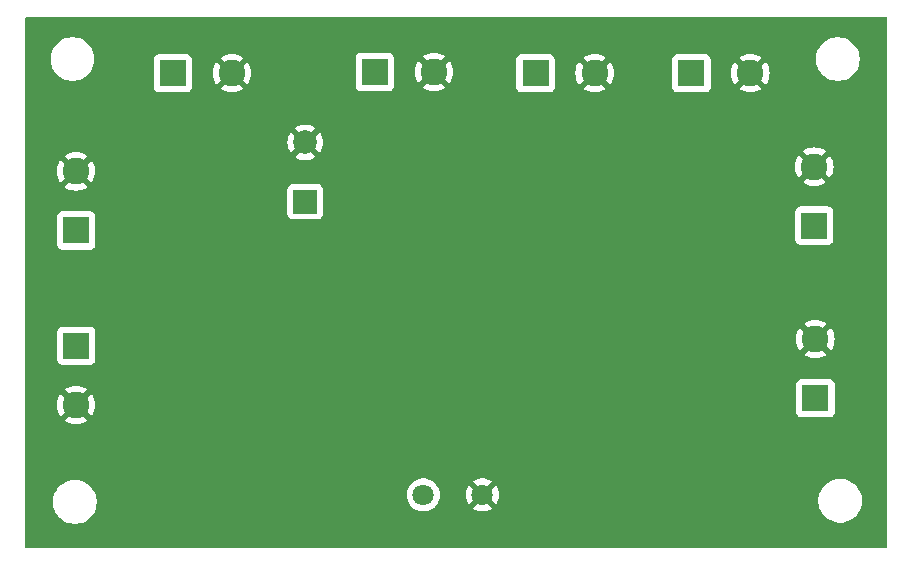
<source format=gbr>
%TF.GenerationSoftware,KiCad,Pcbnew,8.0.2*%
%TF.CreationDate,2024-07-10T14:47:37-04:00*%
%TF.ProjectId,Low-Power_PDP,4c6f772d-506f-4776-9572-5f5044502e6b,rev?*%
%TF.SameCoordinates,Original*%
%TF.FileFunction,Copper,L2,Bot*%
%TF.FilePolarity,Positive*%
%FSLAX46Y46*%
G04 Gerber Fmt 4.6, Leading zero omitted, Abs format (unit mm)*
G04 Created by KiCad (PCBNEW 8.0.2) date 2024-07-10 14:47:37*
%MOMM*%
%LPD*%
G01*
G04 APERTURE LIST*
%TA.AperFunction,ComponentPad*%
%ADD10R,2.250000X2.250000*%
%TD*%
%TA.AperFunction,ComponentPad*%
%ADD11C,2.250000*%
%TD*%
%TA.AperFunction,ComponentPad*%
%ADD12R,2.000000X2.000000*%
%TD*%
%TA.AperFunction,ComponentPad*%
%ADD13C,2.000000*%
%TD*%
%TA.AperFunction,ComponentPad*%
%ADD14C,1.803400*%
%TD*%
%TA.AperFunction,ViaPad*%
%ADD15C,0.600000*%
%TD*%
G04 APERTURE END LIST*
D10*
%TO.P,J3,01,01*%
%TO.N,VCC*%
X78600000Y-28200000D03*
D11*
%TO.P,J3,02,02*%
%TO.N,GND*%
X83600000Y-28200000D03*
%TD*%
D10*
%TO.P,J7,01,01*%
%TO.N,VCC*%
X53300000Y-41612500D03*
D11*
%TO.P,J7,02,02*%
%TO.N,GND*%
X53300000Y-36612500D03*
%TD*%
D12*
%TO.P,C5,1*%
%TO.N,VCC*%
X72700000Y-39167677D03*
D13*
%TO.P,C5,2*%
%TO.N,GND*%
X72700000Y-34167677D03*
%TD*%
D10*
%TO.P,J5,01,01*%
%TO.N,VCC*%
X105400000Y-28300000D03*
D11*
%TO.P,J5,02,02*%
%TO.N,GND*%
X110400000Y-28300000D03*
%TD*%
D10*
%TO.P,J4,01,01*%
%TO.N,VCC*%
X92200000Y-28300000D03*
D11*
%TO.P,J4,02,02*%
%TO.N,GND*%
X97200000Y-28300000D03*
%TD*%
D10*
%TO.P,J8,01,01*%
%TO.N,VCC*%
X53300000Y-51387500D03*
D11*
%TO.P,J8,02,02*%
%TO.N,GND*%
X53300000Y-56387500D03*
%TD*%
D10*
%TO.P,J6,01,01*%
%TO.N,VCC*%
X115800000Y-41212500D03*
D11*
%TO.P,J6,02,02*%
%TO.N,GND*%
X115800000Y-36212500D03*
%TD*%
D10*
%TO.P,J2,01,01*%
%TO.N,VCC*%
X61487500Y-28300000D03*
D11*
%TO.P,J2,02,02*%
%TO.N,GND*%
X66487500Y-28300000D03*
%TD*%
D10*
%TO.P,J9,01,01*%
%TO.N,VCC*%
X115900000Y-55812500D03*
D11*
%TO.P,J9,02,02*%
%TO.N,GND*%
X115900000Y-50812500D03*
%TD*%
D14*
%TO.P,J1,1,Pin_1*%
%TO.N,VCC*%
X82704900Y-64002701D03*
%TO.P,J1,2,Pin_2*%
%TO.N,GND*%
X87704900Y-64002701D03*
%TD*%
D15*
%TO.N,GND*%
X103300000Y-48700000D03*
X101900000Y-44300000D03*
X62600000Y-57100000D03*
X107000000Y-47500000D03*
X103300000Y-45300000D03*
X107000000Y-48700000D03*
X61300000Y-59300000D03*
X61300000Y-55000000D03*
X108300000Y-43200000D03*
X109500000Y-45300000D03*
X98500000Y-58200000D03*
X71400000Y-59300000D03*
X98500000Y-59300000D03*
X65200000Y-57100000D03*
X70200000Y-60500000D03*
X66500000Y-57100000D03*
X104900000Y-57100000D03*
X109500000Y-47500000D03*
X106100000Y-60500000D03*
X100700000Y-47500000D03*
X100700000Y-48700000D03*
X61300000Y-57100000D03*
X63800000Y-60500000D03*
X68900000Y-56100000D03*
X107400000Y-60500000D03*
X67700000Y-56100000D03*
X104900000Y-58200000D03*
X62600000Y-58200000D03*
X105800000Y-43200000D03*
X103700000Y-57100000D03*
X100700000Y-45300000D03*
X109500000Y-48700000D03*
X61300000Y-56100000D03*
X107000000Y-43200000D03*
X98500000Y-56100000D03*
X108600000Y-56100000D03*
X67700000Y-55000000D03*
X105800000Y-47500000D03*
X107400000Y-56100000D03*
X63800000Y-59300000D03*
X98500000Y-57100000D03*
X104900000Y-60500000D03*
X99800000Y-55000000D03*
X99400000Y-44300000D03*
X71400000Y-55000000D03*
X107000000Y-46400000D03*
X101000000Y-56100000D03*
X108600000Y-60500000D03*
X71400000Y-58200000D03*
X108300000Y-47500000D03*
X101900000Y-48700000D03*
X107000000Y-45300000D03*
X68900000Y-59300000D03*
X99800000Y-60500000D03*
X108600000Y-55000000D03*
X105800000Y-44300000D03*
X99400000Y-45300000D03*
X107400000Y-59300000D03*
X105800000Y-45300000D03*
X109500000Y-44300000D03*
X109500000Y-43200000D03*
X104600000Y-45300000D03*
X99400000Y-46400000D03*
X99400000Y-47500000D03*
X65200000Y-55000000D03*
X68900000Y-58200000D03*
X105800000Y-48700000D03*
X63800000Y-56100000D03*
X106100000Y-55000000D03*
X67700000Y-58200000D03*
X101000000Y-59300000D03*
X101000000Y-55000000D03*
X102400000Y-60500000D03*
X101000000Y-57100000D03*
X66500000Y-58200000D03*
X61300000Y-58200000D03*
X70200000Y-55000000D03*
X65200000Y-60500000D03*
X101900000Y-46400000D03*
X63800000Y-55000000D03*
X70200000Y-57100000D03*
X108600000Y-57100000D03*
X108300000Y-46400000D03*
X99400000Y-48700000D03*
X62600000Y-60500000D03*
X62600000Y-59300000D03*
X104600000Y-44300000D03*
X104900000Y-55000000D03*
X70200000Y-56100000D03*
X62600000Y-56100000D03*
X102400000Y-55000000D03*
X70200000Y-58200000D03*
X108300000Y-44300000D03*
X104600000Y-43200000D03*
X106100000Y-56100000D03*
X99800000Y-59300000D03*
X107000000Y-44300000D03*
X104600000Y-47500000D03*
X62600000Y-55000000D03*
X99400000Y-43200000D03*
X103300000Y-43200000D03*
X100700000Y-43200000D03*
X102400000Y-57100000D03*
X108300000Y-48700000D03*
X108600000Y-59300000D03*
X99800000Y-58200000D03*
X101900000Y-43200000D03*
X66500000Y-60500000D03*
X102400000Y-59300000D03*
X103300000Y-44300000D03*
X65200000Y-58200000D03*
X71400000Y-57100000D03*
X71400000Y-60500000D03*
X67700000Y-57100000D03*
X68900000Y-60500000D03*
X99800000Y-57100000D03*
X67700000Y-60500000D03*
X102400000Y-58200000D03*
X108300000Y-45300000D03*
X107400000Y-55000000D03*
X107400000Y-58200000D03*
X103700000Y-55000000D03*
X98500000Y-55000000D03*
X66500000Y-55000000D03*
X109500000Y-46400000D03*
X104900000Y-56100000D03*
X103700000Y-59300000D03*
X103700000Y-56100000D03*
X101000000Y-60500000D03*
X104600000Y-46400000D03*
X66500000Y-59300000D03*
X65200000Y-59300000D03*
X102400000Y-56100000D03*
X104600000Y-48700000D03*
X68900000Y-57100000D03*
X101000000Y-58200000D03*
X100700000Y-44300000D03*
X70200000Y-59300000D03*
X103300000Y-46400000D03*
X106100000Y-58200000D03*
X98500000Y-60500000D03*
X100700000Y-46400000D03*
X103700000Y-58200000D03*
X65200000Y-56100000D03*
X66500000Y-56100000D03*
X103700000Y-60500000D03*
X106100000Y-59300000D03*
X71400000Y-56100000D03*
X61300000Y-60500000D03*
X107400000Y-57100000D03*
X101900000Y-45300000D03*
X103300000Y-47500000D03*
X63800000Y-58200000D03*
X108600000Y-58200000D03*
X99800000Y-56100000D03*
X68900000Y-55000000D03*
X104900000Y-59300000D03*
X63800000Y-57100000D03*
X67700000Y-59300000D03*
X106100000Y-57100000D03*
X105800000Y-46400000D03*
X101900000Y-47500000D03*
%TD*%
%TA.AperFunction,Conductor*%
%TO.N,GND*%
G36*
X121942539Y-23520185D02*
G01*
X121988294Y-23572989D01*
X121999500Y-23624500D01*
X121999500Y-68375500D01*
X121979815Y-68442539D01*
X121927011Y-68488294D01*
X121875500Y-68499500D01*
X49124500Y-68499500D01*
X49057461Y-68479815D01*
X49011706Y-68427011D01*
X49000500Y-68375500D01*
X49000500Y-64478711D01*
X51349500Y-64478711D01*
X51349500Y-64721288D01*
X51381161Y-64961785D01*
X51443947Y-65196104D01*
X51514389Y-65366165D01*
X51536776Y-65420212D01*
X51658064Y-65630289D01*
X51658066Y-65630292D01*
X51658067Y-65630293D01*
X51805733Y-65822736D01*
X51805739Y-65822743D01*
X51977256Y-65994260D01*
X51977262Y-65994265D01*
X52169711Y-66141936D01*
X52379788Y-66263224D01*
X52603900Y-66356054D01*
X52838211Y-66418838D01*
X53018586Y-66442584D01*
X53078711Y-66450500D01*
X53078712Y-66450500D01*
X53321289Y-66450500D01*
X53369388Y-66444167D01*
X53561789Y-66418838D01*
X53796100Y-66356054D01*
X54020212Y-66263224D01*
X54230289Y-66141936D01*
X54422738Y-65994265D01*
X54594265Y-65822738D01*
X54741936Y-65630289D01*
X54863224Y-65420212D01*
X54956054Y-65196100D01*
X55018838Y-64961789D01*
X55050500Y-64721288D01*
X55050500Y-64478712D01*
X55018838Y-64238211D01*
X54956054Y-64003900D01*
X54955555Y-64002695D01*
X81297894Y-64002695D01*
X81297894Y-64002706D01*
X81317083Y-64234283D01*
X81374129Y-64459555D01*
X81467475Y-64672363D01*
X81499440Y-64721288D01*
X81594575Y-64866902D01*
X81751961Y-65037869D01*
X81751964Y-65037871D01*
X81751967Y-65037874D01*
X81935332Y-65180593D01*
X81935338Y-65180597D01*
X81935341Y-65180599D01*
X82139712Y-65291200D01*
X82359500Y-65366653D01*
X82588710Y-65404901D01*
X82821090Y-65404901D01*
X83050300Y-65366653D01*
X83270088Y-65291200D01*
X83474459Y-65180599D01*
X83475003Y-65180176D01*
X83583018Y-65096104D01*
X83657839Y-65037869D01*
X83815225Y-64866902D01*
X83942325Y-64672362D01*
X84035671Y-64459555D01*
X84092716Y-64234287D01*
X84111906Y-64002701D01*
X84111906Y-64002695D01*
X86298396Y-64002695D01*
X86298396Y-64002706D01*
X86317578Y-64234200D01*
X86374604Y-64459392D01*
X86467915Y-64672119D01*
X86552484Y-64801562D01*
X87105618Y-64248428D01*
X87130916Y-64309502D01*
X87201799Y-64415586D01*
X87292015Y-64505802D01*
X87398099Y-64576685D01*
X87459171Y-64601982D01*
X86904889Y-65156263D01*
X86904890Y-65156264D01*
X86935612Y-65180176D01*
X86935618Y-65180181D01*
X87139907Y-65290736D01*
X87139917Y-65290741D01*
X87359621Y-65366165D01*
X87588753Y-65404401D01*
X87821047Y-65404401D01*
X88050178Y-65366165D01*
X88269882Y-65290741D01*
X88269887Y-65290739D01*
X88474188Y-65180176D01*
X88504908Y-65156264D01*
X88504908Y-65156263D01*
X87950628Y-64601982D01*
X88011701Y-64576685D01*
X88117785Y-64505802D01*
X88208001Y-64415586D01*
X88278884Y-64309502D01*
X88304181Y-64248429D01*
X88857314Y-64801562D01*
X88941880Y-64672126D01*
X88941885Y-64672118D01*
X89035195Y-64459392D01*
X89055626Y-64378711D01*
X116149500Y-64378711D01*
X116149500Y-64621288D01*
X116181161Y-64861785D01*
X116243947Y-65096104D01*
X116324568Y-65290739D01*
X116336776Y-65320212D01*
X116458064Y-65530289D01*
X116458066Y-65530292D01*
X116458067Y-65530293D01*
X116605733Y-65722736D01*
X116605739Y-65722743D01*
X116777256Y-65894260D01*
X116777262Y-65894265D01*
X116969711Y-66041936D01*
X117179788Y-66163224D01*
X117403900Y-66256054D01*
X117638211Y-66318838D01*
X117818586Y-66342584D01*
X117878711Y-66350500D01*
X117878712Y-66350500D01*
X118121289Y-66350500D01*
X118169388Y-66344167D01*
X118361789Y-66318838D01*
X118596100Y-66256054D01*
X118820212Y-66163224D01*
X119030289Y-66041936D01*
X119222738Y-65894265D01*
X119394265Y-65722738D01*
X119541936Y-65530289D01*
X119663224Y-65320212D01*
X119756054Y-65096100D01*
X119818838Y-64861789D01*
X119850500Y-64621288D01*
X119850500Y-64378712D01*
X119818838Y-64138211D01*
X119756054Y-63903900D01*
X119663224Y-63679788D01*
X119541936Y-63469711D01*
X119394265Y-63277262D01*
X119394260Y-63277256D01*
X119222743Y-63105739D01*
X119222736Y-63105733D01*
X119030293Y-62958067D01*
X119030292Y-62958066D01*
X119030289Y-62958064D01*
X118841620Y-62849136D01*
X118820214Y-62836777D01*
X118820205Y-62836773D01*
X118596104Y-62743947D01*
X118361785Y-62681161D01*
X118121289Y-62649500D01*
X118121288Y-62649500D01*
X117878712Y-62649500D01*
X117878711Y-62649500D01*
X117638214Y-62681161D01*
X117403895Y-62743947D01*
X117179794Y-62836773D01*
X117179785Y-62836777D01*
X116969706Y-62958067D01*
X116777263Y-63105733D01*
X116777256Y-63105739D01*
X116605739Y-63277256D01*
X116605733Y-63277263D01*
X116458067Y-63469706D01*
X116336777Y-63679785D01*
X116336773Y-63679794D01*
X116243947Y-63903895D01*
X116181161Y-64138214D01*
X116149500Y-64378711D01*
X89055626Y-64378711D01*
X89092221Y-64234200D01*
X89111404Y-64002706D01*
X89111404Y-64002695D01*
X89092221Y-63771201D01*
X89035195Y-63546009D01*
X88941882Y-63333277D01*
X88857314Y-63203838D01*
X88304180Y-63756971D01*
X88278884Y-63695900D01*
X88208001Y-63589816D01*
X88117785Y-63499600D01*
X88011701Y-63428717D01*
X87950627Y-63403419D01*
X88504909Y-62849137D01*
X88504909Y-62849136D01*
X88474186Y-62825224D01*
X88474181Y-62825220D01*
X88269892Y-62714665D01*
X88269882Y-62714660D01*
X88050178Y-62639236D01*
X87821047Y-62601001D01*
X87588753Y-62601001D01*
X87359621Y-62639236D01*
X87139917Y-62714660D01*
X87139907Y-62714665D01*
X86935617Y-62825221D01*
X86935606Y-62825228D01*
X86904890Y-62849135D01*
X86904890Y-62849137D01*
X87459172Y-63403419D01*
X87398099Y-63428717D01*
X87292015Y-63499600D01*
X87201799Y-63589816D01*
X87130916Y-63695900D01*
X87105618Y-63756972D01*
X86552484Y-63203838D01*
X86467916Y-63333279D01*
X86374604Y-63546009D01*
X86317578Y-63771201D01*
X86298396Y-64002695D01*
X84111906Y-64002695D01*
X84092716Y-63771115D01*
X84035671Y-63545847D01*
X83942325Y-63333040D01*
X83815225Y-63138500D01*
X83657839Y-62967533D01*
X83657834Y-62967529D01*
X83657832Y-62967527D01*
X83474467Y-62824808D01*
X83474461Y-62824804D01*
X83270088Y-62714202D01*
X83270080Y-62714199D01*
X83050302Y-62638749D01*
X82821090Y-62600501D01*
X82588710Y-62600501D01*
X82359497Y-62638749D01*
X82139719Y-62714199D01*
X82139711Y-62714202D01*
X81935338Y-62824804D01*
X81935332Y-62824808D01*
X81751967Y-62967527D01*
X81751964Y-62967530D01*
X81594576Y-63138498D01*
X81594573Y-63138502D01*
X81467475Y-63333038D01*
X81374129Y-63545846D01*
X81317083Y-63771118D01*
X81297894Y-64002695D01*
X54955555Y-64002695D01*
X54863224Y-63779788D01*
X54741936Y-63569711D01*
X54681018Y-63490321D01*
X54594266Y-63377263D01*
X54594260Y-63377256D01*
X54422743Y-63205739D01*
X54422736Y-63205733D01*
X54230293Y-63058067D01*
X54230292Y-63058066D01*
X54230289Y-63058064D01*
X54020212Y-62936776D01*
X54020205Y-62936773D01*
X53796104Y-62843947D01*
X53561785Y-62781161D01*
X53321289Y-62749500D01*
X53321288Y-62749500D01*
X53078712Y-62749500D01*
X53078711Y-62749500D01*
X52838214Y-62781161D01*
X52603895Y-62843947D01*
X52379794Y-62936773D01*
X52379785Y-62936777D01*
X52169706Y-63058067D01*
X51977263Y-63205733D01*
X51977256Y-63205739D01*
X51805739Y-63377256D01*
X51805733Y-63377263D01*
X51658067Y-63569706D01*
X51536777Y-63779785D01*
X51536773Y-63779794D01*
X51443947Y-64003895D01*
X51381161Y-64238214D01*
X51349500Y-64478711D01*
X49000500Y-64478711D01*
X49000500Y-56387500D01*
X51669975Y-56387500D01*
X51690042Y-56642489D01*
X51749752Y-56891202D01*
X51847634Y-57127512D01*
X51847636Y-57127515D01*
X51981277Y-57345598D01*
X51981284Y-57345607D01*
X51984533Y-57349412D01*
X52622421Y-56711524D01*
X52635359Y-56742758D01*
X52717437Y-56865597D01*
X52821903Y-56970063D01*
X52944742Y-57052141D01*
X52975974Y-57065078D01*
X52338087Y-57702965D01*
X52341897Y-57706219D01*
X52559984Y-57839863D01*
X52559987Y-57839865D01*
X52796297Y-57937747D01*
X53045011Y-57997457D01*
X53045010Y-57997457D01*
X53300000Y-58017524D01*
X53554989Y-57997457D01*
X53803702Y-57937747D01*
X54040012Y-57839865D01*
X54040015Y-57839863D01*
X54258095Y-57706224D01*
X54258110Y-57706213D01*
X54261911Y-57702966D01*
X54261911Y-57702964D01*
X53624025Y-57065077D01*
X53655258Y-57052141D01*
X53778097Y-56970063D01*
X53882563Y-56865597D01*
X53964641Y-56742758D01*
X53977578Y-56711525D01*
X54615464Y-57349411D01*
X54615466Y-57349411D01*
X54618713Y-57345610D01*
X54618724Y-57345595D01*
X54752363Y-57127515D01*
X54752365Y-57127512D01*
X54850247Y-56891202D01*
X54909957Y-56642489D01*
X54930024Y-56387500D01*
X54909957Y-56132510D01*
X54850247Y-55883797D01*
X54752365Y-55647487D01*
X54752363Y-55647484D01*
X54618719Y-55429397D01*
X54615465Y-55425587D01*
X53977578Y-56063474D01*
X53964641Y-56032242D01*
X53882563Y-55909403D01*
X53778097Y-55804937D01*
X53655258Y-55722859D01*
X53624024Y-55709921D01*
X54261912Y-55072033D01*
X54258107Y-55068784D01*
X54258098Y-55068777D01*
X54040015Y-54935136D01*
X54040012Y-54935134D01*
X53803702Y-54837252D01*
X53554988Y-54777542D01*
X53554989Y-54777542D01*
X53300000Y-54757475D01*
X53045010Y-54777542D01*
X52796297Y-54837252D01*
X52559987Y-54935134D01*
X52559984Y-54935136D01*
X52341893Y-55068782D01*
X52338086Y-55072032D01*
X52975975Y-55709921D01*
X52944742Y-55722859D01*
X52821903Y-55804937D01*
X52717437Y-55909403D01*
X52635359Y-56032242D01*
X52622421Y-56063475D01*
X51984532Y-55425586D01*
X51981282Y-55429393D01*
X51847636Y-55647484D01*
X51847634Y-55647487D01*
X51749752Y-55883797D01*
X51690042Y-56132510D01*
X51669975Y-56387500D01*
X49000500Y-56387500D01*
X49000500Y-54639635D01*
X114274500Y-54639635D01*
X114274500Y-56985370D01*
X114274501Y-56985376D01*
X114280908Y-57044983D01*
X114331202Y-57179828D01*
X114331206Y-57179835D01*
X114417452Y-57295044D01*
X114417455Y-57295047D01*
X114532664Y-57381293D01*
X114532671Y-57381297D01*
X114667517Y-57431591D01*
X114667516Y-57431591D01*
X114674444Y-57432335D01*
X114727127Y-57438000D01*
X117072872Y-57437999D01*
X117132483Y-57431591D01*
X117267331Y-57381296D01*
X117382546Y-57295046D01*
X117468796Y-57179831D01*
X117519091Y-57044983D01*
X117525500Y-56985373D01*
X117525499Y-54639628D01*
X117519091Y-54580017D01*
X117468796Y-54445169D01*
X117468795Y-54445168D01*
X117468793Y-54445164D01*
X117382547Y-54329955D01*
X117382544Y-54329952D01*
X117267335Y-54243706D01*
X117267328Y-54243702D01*
X117132482Y-54193408D01*
X117132483Y-54193408D01*
X117072883Y-54187001D01*
X117072881Y-54187000D01*
X117072873Y-54187000D01*
X117072864Y-54187000D01*
X114727129Y-54187000D01*
X114727123Y-54187001D01*
X114667516Y-54193408D01*
X114532671Y-54243702D01*
X114532664Y-54243706D01*
X114417455Y-54329952D01*
X114417452Y-54329955D01*
X114331206Y-54445164D01*
X114331202Y-54445171D01*
X114280908Y-54580017D01*
X114274501Y-54639616D01*
X114274501Y-54639623D01*
X114274500Y-54639635D01*
X49000500Y-54639635D01*
X49000500Y-50214635D01*
X51674500Y-50214635D01*
X51674500Y-52560370D01*
X51674501Y-52560376D01*
X51680908Y-52619983D01*
X51731202Y-52754828D01*
X51731206Y-52754835D01*
X51817452Y-52870044D01*
X51817455Y-52870047D01*
X51932664Y-52956293D01*
X51932671Y-52956297D01*
X52067517Y-53006591D01*
X52067516Y-53006591D01*
X52074444Y-53007335D01*
X52127127Y-53013000D01*
X54472872Y-53012999D01*
X54532483Y-53006591D01*
X54667331Y-52956296D01*
X54782546Y-52870046D01*
X54868796Y-52754831D01*
X54919091Y-52619983D01*
X54925500Y-52560373D01*
X54925499Y-50812500D01*
X114269975Y-50812500D01*
X114290042Y-51067489D01*
X114349752Y-51316202D01*
X114447634Y-51552512D01*
X114447636Y-51552515D01*
X114581277Y-51770598D01*
X114581284Y-51770607D01*
X114584533Y-51774412D01*
X115222421Y-51136524D01*
X115235359Y-51167758D01*
X115317437Y-51290597D01*
X115421903Y-51395063D01*
X115544742Y-51477141D01*
X115575974Y-51490078D01*
X114938087Y-52127965D01*
X114941897Y-52131219D01*
X115159984Y-52264863D01*
X115159987Y-52264865D01*
X115396297Y-52362747D01*
X115645011Y-52422457D01*
X115645010Y-52422457D01*
X115900000Y-52442524D01*
X116154989Y-52422457D01*
X116403702Y-52362747D01*
X116640012Y-52264865D01*
X116640015Y-52264863D01*
X116858095Y-52131224D01*
X116858110Y-52131213D01*
X116861911Y-52127966D01*
X116861911Y-52127964D01*
X116224025Y-51490077D01*
X116255258Y-51477141D01*
X116378097Y-51395063D01*
X116482563Y-51290597D01*
X116564641Y-51167758D01*
X116577578Y-51136525D01*
X117215464Y-51774411D01*
X117215466Y-51774411D01*
X117218713Y-51770610D01*
X117218724Y-51770595D01*
X117352363Y-51552515D01*
X117352365Y-51552512D01*
X117450247Y-51316202D01*
X117509957Y-51067489D01*
X117530024Y-50812500D01*
X117509957Y-50557510D01*
X117450247Y-50308797D01*
X117352365Y-50072487D01*
X117352363Y-50072484D01*
X117218719Y-49854397D01*
X117215465Y-49850587D01*
X116577578Y-50488474D01*
X116564641Y-50457242D01*
X116482563Y-50334403D01*
X116378097Y-50229937D01*
X116255258Y-50147859D01*
X116224024Y-50134921D01*
X116861912Y-49497033D01*
X116858107Y-49493784D01*
X116858098Y-49493777D01*
X116640015Y-49360136D01*
X116640012Y-49360134D01*
X116403702Y-49262252D01*
X116154988Y-49202542D01*
X116154989Y-49202542D01*
X115900000Y-49182475D01*
X115645010Y-49202542D01*
X115396297Y-49262252D01*
X115159987Y-49360134D01*
X115159984Y-49360136D01*
X114941893Y-49493782D01*
X114938086Y-49497032D01*
X115575975Y-50134921D01*
X115544742Y-50147859D01*
X115421903Y-50229937D01*
X115317437Y-50334403D01*
X115235359Y-50457242D01*
X115222421Y-50488475D01*
X114584532Y-49850586D01*
X114581282Y-49854393D01*
X114447636Y-50072484D01*
X114447634Y-50072487D01*
X114349752Y-50308797D01*
X114290042Y-50557510D01*
X114269975Y-50812500D01*
X54925499Y-50812500D01*
X54925499Y-50214628D01*
X54919091Y-50155017D01*
X54916421Y-50147859D01*
X54868797Y-50020171D01*
X54868793Y-50020164D01*
X54782547Y-49904955D01*
X54782544Y-49904952D01*
X54667335Y-49818706D01*
X54667328Y-49818702D01*
X54532482Y-49768408D01*
X54532483Y-49768408D01*
X54472883Y-49762001D01*
X54472881Y-49762000D01*
X54472873Y-49762000D01*
X54472864Y-49762000D01*
X52127129Y-49762000D01*
X52127123Y-49762001D01*
X52067516Y-49768408D01*
X51932671Y-49818702D01*
X51932664Y-49818706D01*
X51817455Y-49904952D01*
X51817452Y-49904955D01*
X51731206Y-50020164D01*
X51731202Y-50020171D01*
X51680908Y-50155017D01*
X51674501Y-50214616D01*
X51674501Y-50214623D01*
X51674500Y-50214635D01*
X49000500Y-50214635D01*
X49000500Y-40439635D01*
X51674500Y-40439635D01*
X51674500Y-42785370D01*
X51674501Y-42785376D01*
X51680908Y-42844983D01*
X51731202Y-42979828D01*
X51731206Y-42979835D01*
X51817452Y-43095044D01*
X51817455Y-43095047D01*
X51932664Y-43181293D01*
X51932671Y-43181297D01*
X52067517Y-43231591D01*
X52067516Y-43231591D01*
X52074444Y-43232335D01*
X52127127Y-43238000D01*
X54472872Y-43237999D01*
X54532483Y-43231591D01*
X54667331Y-43181296D01*
X54782546Y-43095046D01*
X54868796Y-42979831D01*
X54919091Y-42844983D01*
X54925500Y-42785373D01*
X54925499Y-40439628D01*
X54919091Y-40380017D01*
X54868796Y-40245169D01*
X54868795Y-40245168D01*
X54868793Y-40245164D01*
X54782547Y-40129955D01*
X54782544Y-40129952D01*
X54667335Y-40043706D01*
X54667328Y-40043702D01*
X54532482Y-39993408D01*
X54532483Y-39993408D01*
X54472883Y-39987001D01*
X54472881Y-39987000D01*
X54472873Y-39987000D01*
X54472864Y-39987000D01*
X52127129Y-39987000D01*
X52127123Y-39987001D01*
X52067516Y-39993408D01*
X51932671Y-40043702D01*
X51932664Y-40043706D01*
X51817455Y-40129952D01*
X51817452Y-40129955D01*
X51731206Y-40245164D01*
X51731202Y-40245171D01*
X51680908Y-40380017D01*
X51674501Y-40439616D01*
X51674501Y-40439623D01*
X51674500Y-40439635D01*
X49000500Y-40439635D01*
X49000500Y-36612500D01*
X51669975Y-36612500D01*
X51690042Y-36867489D01*
X51749752Y-37116202D01*
X51847634Y-37352512D01*
X51847636Y-37352515D01*
X51981277Y-37570598D01*
X51981284Y-37570607D01*
X51984533Y-37574412D01*
X52622421Y-36936524D01*
X52635359Y-36967758D01*
X52717437Y-37090597D01*
X52821903Y-37195063D01*
X52944742Y-37277141D01*
X52975974Y-37290078D01*
X52338087Y-37927965D01*
X52341897Y-37931219D01*
X52559984Y-38064863D01*
X52559987Y-38064865D01*
X52796297Y-38162747D01*
X53045011Y-38222457D01*
X53045010Y-38222457D01*
X53300000Y-38242524D01*
X53554989Y-38222457D01*
X53803702Y-38162747D01*
X53907357Y-38119812D01*
X71199500Y-38119812D01*
X71199500Y-40215547D01*
X71199501Y-40215553D01*
X71205908Y-40275160D01*
X71256202Y-40410005D01*
X71256206Y-40410012D01*
X71342452Y-40525221D01*
X71342455Y-40525224D01*
X71457664Y-40611470D01*
X71457671Y-40611474D01*
X71592517Y-40661768D01*
X71592516Y-40661768D01*
X71599444Y-40662512D01*
X71652127Y-40668177D01*
X73747872Y-40668176D01*
X73807483Y-40661768D01*
X73942331Y-40611473D01*
X74057546Y-40525223D01*
X74143796Y-40410008D01*
X74194091Y-40275160D01*
X74200500Y-40215550D01*
X74200500Y-40039635D01*
X114174500Y-40039635D01*
X114174500Y-42385370D01*
X114174501Y-42385376D01*
X114180908Y-42444983D01*
X114231202Y-42579828D01*
X114231206Y-42579835D01*
X114317452Y-42695044D01*
X114317455Y-42695047D01*
X114432664Y-42781293D01*
X114432671Y-42781297D01*
X114567517Y-42831591D01*
X114567516Y-42831591D01*
X114574444Y-42832335D01*
X114627127Y-42838000D01*
X116972872Y-42837999D01*
X117032483Y-42831591D01*
X117167331Y-42781296D01*
X117282546Y-42695046D01*
X117368796Y-42579831D01*
X117419091Y-42444983D01*
X117425500Y-42385373D01*
X117425499Y-40039628D01*
X117419091Y-39980017D01*
X117368796Y-39845169D01*
X117368795Y-39845168D01*
X117368793Y-39845164D01*
X117282547Y-39729955D01*
X117282544Y-39729952D01*
X117167335Y-39643706D01*
X117167328Y-39643702D01*
X117032482Y-39593408D01*
X117032483Y-39593408D01*
X116972883Y-39587001D01*
X116972881Y-39587000D01*
X116972873Y-39587000D01*
X116972864Y-39587000D01*
X114627129Y-39587000D01*
X114627123Y-39587001D01*
X114567516Y-39593408D01*
X114432671Y-39643702D01*
X114432664Y-39643706D01*
X114317455Y-39729952D01*
X114317452Y-39729955D01*
X114231206Y-39845164D01*
X114231202Y-39845171D01*
X114180908Y-39980017D01*
X114174501Y-40039616D01*
X114174501Y-40039623D01*
X114174500Y-40039635D01*
X74200500Y-40039635D01*
X74200499Y-38119805D01*
X74194091Y-38060194D01*
X74145988Y-37931224D01*
X74143797Y-37925348D01*
X74143793Y-37925341D01*
X74057547Y-37810132D01*
X74057544Y-37810129D01*
X73942335Y-37723883D01*
X73942328Y-37723879D01*
X73807482Y-37673585D01*
X73807483Y-37673585D01*
X73747883Y-37667178D01*
X73747881Y-37667177D01*
X73747873Y-37667177D01*
X73747864Y-37667177D01*
X71652129Y-37667177D01*
X71652123Y-37667178D01*
X71592516Y-37673585D01*
X71457671Y-37723879D01*
X71457664Y-37723883D01*
X71342455Y-37810129D01*
X71342452Y-37810132D01*
X71256206Y-37925341D01*
X71256202Y-37925348D01*
X71205908Y-38060194D01*
X71199501Y-38119793D01*
X71199501Y-38119800D01*
X71199500Y-38119812D01*
X53907357Y-38119812D01*
X54040012Y-38064865D01*
X54040015Y-38064863D01*
X54258095Y-37931224D01*
X54258110Y-37931213D01*
X54261911Y-37927966D01*
X54261911Y-37927964D01*
X53624025Y-37290077D01*
X53655258Y-37277141D01*
X53778097Y-37195063D01*
X53882563Y-37090597D01*
X53964641Y-36967758D01*
X53977578Y-36936525D01*
X54615464Y-37574411D01*
X54615466Y-37574411D01*
X54618713Y-37570610D01*
X54618724Y-37570595D01*
X54752363Y-37352515D01*
X54752365Y-37352512D01*
X54850247Y-37116202D01*
X54909957Y-36867489D01*
X54930024Y-36612500D01*
X54909957Y-36357510D01*
X54875144Y-36212500D01*
X114169975Y-36212500D01*
X114190042Y-36467489D01*
X114249752Y-36716202D01*
X114347634Y-36952512D01*
X114347636Y-36952515D01*
X114481277Y-37170598D01*
X114481284Y-37170607D01*
X114484533Y-37174412D01*
X115122421Y-36536524D01*
X115135359Y-36567758D01*
X115217437Y-36690597D01*
X115321903Y-36795063D01*
X115444742Y-36877141D01*
X115475974Y-36890078D01*
X114838087Y-37527965D01*
X114841897Y-37531219D01*
X115059984Y-37664863D01*
X115059987Y-37664865D01*
X115296297Y-37762747D01*
X115545011Y-37822457D01*
X115545010Y-37822457D01*
X115800000Y-37842524D01*
X116054989Y-37822457D01*
X116303702Y-37762747D01*
X116540012Y-37664865D01*
X116540015Y-37664863D01*
X116758095Y-37531224D01*
X116758110Y-37531213D01*
X116761911Y-37527966D01*
X116761911Y-37527964D01*
X116124025Y-36890077D01*
X116155258Y-36877141D01*
X116278097Y-36795063D01*
X116382563Y-36690597D01*
X116464641Y-36567758D01*
X116477578Y-36536525D01*
X117115464Y-37174411D01*
X117115466Y-37174411D01*
X117118713Y-37170610D01*
X117118724Y-37170595D01*
X117252363Y-36952515D01*
X117252365Y-36952512D01*
X117350247Y-36716202D01*
X117409957Y-36467489D01*
X117430024Y-36212500D01*
X117409957Y-35957510D01*
X117350247Y-35708797D01*
X117252365Y-35472487D01*
X117252363Y-35472484D01*
X117118719Y-35254397D01*
X117115465Y-35250587D01*
X116477578Y-35888474D01*
X116464641Y-35857242D01*
X116382563Y-35734403D01*
X116278097Y-35629937D01*
X116155258Y-35547859D01*
X116124024Y-35534921D01*
X116761912Y-34897033D01*
X116758107Y-34893784D01*
X116758098Y-34893777D01*
X116540015Y-34760136D01*
X116540012Y-34760134D01*
X116303702Y-34662252D01*
X116054988Y-34602542D01*
X116054989Y-34602542D01*
X115800000Y-34582475D01*
X115545010Y-34602542D01*
X115296297Y-34662252D01*
X115059987Y-34760134D01*
X115059984Y-34760136D01*
X114841893Y-34893782D01*
X114838086Y-34897032D01*
X115475975Y-35534921D01*
X115444742Y-35547859D01*
X115321903Y-35629937D01*
X115217437Y-35734403D01*
X115135359Y-35857242D01*
X115122421Y-35888475D01*
X114484532Y-35250586D01*
X114481282Y-35254393D01*
X114347636Y-35472484D01*
X114347634Y-35472487D01*
X114249752Y-35708797D01*
X114190042Y-35957510D01*
X114169975Y-36212500D01*
X54875144Y-36212500D01*
X54850247Y-36108797D01*
X54752365Y-35872487D01*
X54752363Y-35872484D01*
X54618719Y-35654397D01*
X54615465Y-35650587D01*
X53977578Y-36288474D01*
X53964641Y-36257242D01*
X53882563Y-36134403D01*
X53778097Y-36029937D01*
X53655258Y-35947859D01*
X53624024Y-35934921D01*
X54261912Y-35297033D01*
X54258107Y-35293784D01*
X54258098Y-35293777D01*
X54040015Y-35160136D01*
X54040012Y-35160134D01*
X53803702Y-35062252D01*
X53554988Y-35002542D01*
X53554989Y-35002542D01*
X53300000Y-34982475D01*
X53045010Y-35002542D01*
X52796297Y-35062252D01*
X52559987Y-35160134D01*
X52559984Y-35160136D01*
X52341893Y-35293782D01*
X52338086Y-35297032D01*
X52975975Y-35934921D01*
X52944742Y-35947859D01*
X52821903Y-36029937D01*
X52717437Y-36134403D01*
X52635359Y-36257242D01*
X52622421Y-36288475D01*
X51984532Y-35650586D01*
X51981282Y-35654393D01*
X51847636Y-35872484D01*
X51847634Y-35872487D01*
X51749752Y-36108797D01*
X51690042Y-36357510D01*
X51669975Y-36612500D01*
X49000500Y-36612500D01*
X49000500Y-34167671D01*
X71194859Y-34167671D01*
X71194859Y-34167682D01*
X71215385Y-34415406D01*
X71215387Y-34415415D01*
X71276412Y-34656394D01*
X71376266Y-34884041D01*
X71476564Y-35037559D01*
X72217037Y-34297086D01*
X72234075Y-34360670D01*
X72299901Y-34474684D01*
X72392993Y-34567776D01*
X72507007Y-34633602D01*
X72570590Y-34650639D01*
X71829942Y-35391286D01*
X71876768Y-35427732D01*
X71876770Y-35427733D01*
X72095385Y-35546041D01*
X72095396Y-35546046D01*
X72330506Y-35626760D01*
X72575707Y-35667677D01*
X72824293Y-35667677D01*
X73069493Y-35626760D01*
X73304603Y-35546046D01*
X73304614Y-35546041D01*
X73523228Y-35427734D01*
X73523231Y-35427732D01*
X73570056Y-35391286D01*
X72829409Y-34650639D01*
X72892993Y-34633602D01*
X73007007Y-34567776D01*
X73100099Y-34474684D01*
X73165925Y-34360670D01*
X73182962Y-34297087D01*
X73923434Y-35037559D01*
X74023731Y-34884046D01*
X74123587Y-34656394D01*
X74184612Y-34415415D01*
X74184614Y-34415406D01*
X74205141Y-34167682D01*
X74205141Y-34167671D01*
X74184614Y-33919947D01*
X74184612Y-33919938D01*
X74123587Y-33678959D01*
X74023731Y-33451307D01*
X73923434Y-33297793D01*
X73182962Y-34038266D01*
X73165925Y-33974684D01*
X73100099Y-33860670D01*
X73007007Y-33767578D01*
X72892993Y-33701752D01*
X72829410Y-33684714D01*
X73570057Y-32944067D01*
X73570056Y-32944066D01*
X73523229Y-32907620D01*
X73304614Y-32789312D01*
X73304603Y-32789307D01*
X73069493Y-32708593D01*
X72824293Y-32667677D01*
X72575707Y-32667677D01*
X72330506Y-32708593D01*
X72095396Y-32789307D01*
X72095390Y-32789309D01*
X71876761Y-32907626D01*
X71829942Y-32944065D01*
X71829942Y-32944067D01*
X72570590Y-33684714D01*
X72507007Y-33701752D01*
X72392993Y-33767578D01*
X72299901Y-33860670D01*
X72234075Y-33974684D01*
X72217037Y-34038266D01*
X71476564Y-33297793D01*
X71376267Y-33451309D01*
X71276412Y-33678959D01*
X71215387Y-33919938D01*
X71215385Y-33919947D01*
X71194859Y-34167671D01*
X49000500Y-34167671D01*
X49000500Y-26978711D01*
X51149500Y-26978711D01*
X51149500Y-27221288D01*
X51181161Y-27461785D01*
X51243947Y-27696104D01*
X51296055Y-27821903D01*
X51336776Y-27920212D01*
X51458064Y-28130289D01*
X51458066Y-28130292D01*
X51458067Y-28130293D01*
X51605733Y-28322736D01*
X51605739Y-28322743D01*
X51777256Y-28494260D01*
X51777263Y-28494266D01*
X51854528Y-28553553D01*
X51969711Y-28641936D01*
X52179788Y-28763224D01*
X52403900Y-28856054D01*
X52638211Y-28918838D01*
X52799069Y-28940015D01*
X52878711Y-28950500D01*
X52878712Y-28950500D01*
X53121289Y-28950500D01*
X53169388Y-28944167D01*
X53361789Y-28918838D01*
X53596100Y-28856054D01*
X53820212Y-28763224D01*
X54030289Y-28641936D01*
X54222738Y-28494265D01*
X54394265Y-28322738D01*
X54541936Y-28130289D01*
X54663224Y-27920212D01*
X54756054Y-27696100D01*
X54818838Y-27461789D01*
X54850500Y-27221288D01*
X54850500Y-27127135D01*
X59862000Y-27127135D01*
X59862000Y-29472870D01*
X59862001Y-29472876D01*
X59868408Y-29532483D01*
X59918702Y-29667328D01*
X59918706Y-29667335D01*
X60004952Y-29782544D01*
X60004955Y-29782547D01*
X60120164Y-29868793D01*
X60120171Y-29868797D01*
X60255017Y-29919091D01*
X60255016Y-29919091D01*
X60261944Y-29919835D01*
X60314627Y-29925500D01*
X62660372Y-29925499D01*
X62719983Y-29919091D01*
X62854831Y-29868796D01*
X62970046Y-29782546D01*
X63056296Y-29667331D01*
X63106591Y-29532483D01*
X63113000Y-29472873D01*
X63112999Y-28300000D01*
X64857475Y-28300000D01*
X64877542Y-28554989D01*
X64937252Y-28803702D01*
X65035134Y-29040012D01*
X65035136Y-29040015D01*
X65168777Y-29258098D01*
X65168784Y-29258107D01*
X65172033Y-29261912D01*
X65809921Y-28624024D01*
X65822859Y-28655258D01*
X65904937Y-28778097D01*
X66009403Y-28882563D01*
X66132242Y-28964641D01*
X66163474Y-28977578D01*
X65525587Y-29615465D01*
X65529397Y-29618719D01*
X65747484Y-29752363D01*
X65747487Y-29752365D01*
X65983797Y-29850247D01*
X66232511Y-29909957D01*
X66232510Y-29909957D01*
X66487500Y-29930024D01*
X66742489Y-29909957D01*
X66991202Y-29850247D01*
X67227512Y-29752365D01*
X67227515Y-29752363D01*
X67445595Y-29618724D01*
X67445610Y-29618713D01*
X67449411Y-29615466D01*
X67449411Y-29615464D01*
X66811525Y-28977577D01*
X66842758Y-28964641D01*
X66965597Y-28882563D01*
X67070063Y-28778097D01*
X67152141Y-28655258D01*
X67165078Y-28624025D01*
X67802964Y-29261911D01*
X67802966Y-29261911D01*
X67806213Y-29258110D01*
X67806224Y-29258095D01*
X67939863Y-29040015D01*
X67939865Y-29040012D01*
X68037747Y-28803702D01*
X68097457Y-28554989D01*
X68117524Y-28300000D01*
X68097457Y-28045010D01*
X68037747Y-27796297D01*
X67939865Y-27559987D01*
X67939863Y-27559984D01*
X67806219Y-27341897D01*
X67802965Y-27338087D01*
X67165078Y-27975974D01*
X67152141Y-27944742D01*
X67070063Y-27821903D01*
X66965597Y-27717437D01*
X66842758Y-27635359D01*
X66811524Y-27622421D01*
X67406810Y-27027135D01*
X76974500Y-27027135D01*
X76974500Y-29372870D01*
X76974501Y-29372876D01*
X76980908Y-29432483D01*
X77031202Y-29567328D01*
X77031206Y-29567335D01*
X77117452Y-29682544D01*
X77117455Y-29682547D01*
X77232664Y-29768793D01*
X77232671Y-29768797D01*
X77367517Y-29819091D01*
X77367516Y-29819091D01*
X77374444Y-29819835D01*
X77427127Y-29825500D01*
X79772872Y-29825499D01*
X79832483Y-29819091D01*
X79967331Y-29768796D01*
X80082546Y-29682546D01*
X80168796Y-29567331D01*
X80219091Y-29432483D01*
X80225500Y-29372873D01*
X80225499Y-28200000D01*
X81969975Y-28200000D01*
X81990042Y-28454989D01*
X82049752Y-28703702D01*
X82147634Y-28940012D01*
X82147636Y-28940015D01*
X82281277Y-29158098D01*
X82281284Y-29158107D01*
X82284533Y-29161912D01*
X82922421Y-28524024D01*
X82935359Y-28555258D01*
X83017437Y-28678097D01*
X83121903Y-28782563D01*
X83244742Y-28864641D01*
X83275974Y-28877578D01*
X82638087Y-29515465D01*
X82641897Y-29518719D01*
X82859984Y-29652363D01*
X82859987Y-29652365D01*
X83096297Y-29750247D01*
X83345011Y-29809957D01*
X83345010Y-29809957D01*
X83600000Y-29830024D01*
X83854989Y-29809957D01*
X84103702Y-29750247D01*
X84340012Y-29652365D01*
X84340015Y-29652363D01*
X84558095Y-29518724D01*
X84558110Y-29518713D01*
X84561911Y-29515466D01*
X84561911Y-29515464D01*
X83924025Y-28877577D01*
X83955258Y-28864641D01*
X84078097Y-28782563D01*
X84182563Y-28678097D01*
X84264641Y-28555258D01*
X84277578Y-28524025D01*
X84915464Y-29161911D01*
X84915466Y-29161911D01*
X84918713Y-29158110D01*
X84918724Y-29158095D01*
X85052363Y-28940015D01*
X85052365Y-28940012D01*
X85150247Y-28703702D01*
X85209957Y-28454989D01*
X85230024Y-28200000D01*
X85209957Y-27945010D01*
X85150247Y-27696297D01*
X85052365Y-27459987D01*
X85052363Y-27459984D01*
X84918719Y-27241897D01*
X84915465Y-27238087D01*
X84277578Y-27875974D01*
X84264641Y-27844742D01*
X84182563Y-27721903D01*
X84078097Y-27617437D01*
X83955258Y-27535359D01*
X83924024Y-27522421D01*
X84319310Y-27127135D01*
X90574500Y-27127135D01*
X90574500Y-29472870D01*
X90574501Y-29472876D01*
X90580908Y-29532483D01*
X90631202Y-29667328D01*
X90631206Y-29667335D01*
X90717452Y-29782544D01*
X90717455Y-29782547D01*
X90832664Y-29868793D01*
X90832671Y-29868797D01*
X90967517Y-29919091D01*
X90967516Y-29919091D01*
X90974444Y-29919835D01*
X91027127Y-29925500D01*
X93372872Y-29925499D01*
X93432483Y-29919091D01*
X93567331Y-29868796D01*
X93682546Y-29782546D01*
X93768796Y-29667331D01*
X93819091Y-29532483D01*
X93825500Y-29472873D01*
X93825499Y-28300000D01*
X95569975Y-28300000D01*
X95590042Y-28554989D01*
X95649752Y-28803702D01*
X95747634Y-29040012D01*
X95747636Y-29040015D01*
X95881277Y-29258098D01*
X95881284Y-29258107D01*
X95884533Y-29261912D01*
X96522421Y-28624024D01*
X96535359Y-28655258D01*
X96617437Y-28778097D01*
X96721903Y-28882563D01*
X96844742Y-28964641D01*
X96875974Y-28977578D01*
X96238087Y-29615465D01*
X96241897Y-29618719D01*
X96459984Y-29752363D01*
X96459987Y-29752365D01*
X96696297Y-29850247D01*
X96945011Y-29909957D01*
X96945010Y-29909957D01*
X97200000Y-29930024D01*
X97454989Y-29909957D01*
X97703702Y-29850247D01*
X97940012Y-29752365D01*
X97940015Y-29752363D01*
X98158095Y-29618724D01*
X98158110Y-29618713D01*
X98161911Y-29615466D01*
X98161911Y-29615464D01*
X97524025Y-28977577D01*
X97555258Y-28964641D01*
X97678097Y-28882563D01*
X97782563Y-28778097D01*
X97864641Y-28655258D01*
X97877578Y-28624025D01*
X98515464Y-29261911D01*
X98515466Y-29261911D01*
X98518713Y-29258110D01*
X98518724Y-29258095D01*
X98652363Y-29040015D01*
X98652365Y-29040012D01*
X98750247Y-28803702D01*
X98809957Y-28554989D01*
X98830024Y-28300000D01*
X98809957Y-28045010D01*
X98750247Y-27796297D01*
X98652365Y-27559987D01*
X98652363Y-27559984D01*
X98518719Y-27341897D01*
X98515465Y-27338087D01*
X97877578Y-27975974D01*
X97864641Y-27944742D01*
X97782563Y-27821903D01*
X97678097Y-27717437D01*
X97555258Y-27635359D01*
X97524024Y-27622421D01*
X98019310Y-27127135D01*
X103774500Y-27127135D01*
X103774500Y-29472870D01*
X103774501Y-29472876D01*
X103780908Y-29532483D01*
X103831202Y-29667328D01*
X103831206Y-29667335D01*
X103917452Y-29782544D01*
X103917455Y-29782547D01*
X104032664Y-29868793D01*
X104032671Y-29868797D01*
X104167517Y-29919091D01*
X104167516Y-29919091D01*
X104174444Y-29919835D01*
X104227127Y-29925500D01*
X106572872Y-29925499D01*
X106632483Y-29919091D01*
X106767331Y-29868796D01*
X106882546Y-29782546D01*
X106968796Y-29667331D01*
X107019091Y-29532483D01*
X107025500Y-29472873D01*
X107025499Y-28300000D01*
X108769975Y-28300000D01*
X108790042Y-28554989D01*
X108849752Y-28803702D01*
X108947634Y-29040012D01*
X108947636Y-29040015D01*
X109081277Y-29258098D01*
X109081284Y-29258107D01*
X109084533Y-29261912D01*
X109722421Y-28624024D01*
X109735359Y-28655258D01*
X109817437Y-28778097D01*
X109921903Y-28882563D01*
X110044742Y-28964641D01*
X110075974Y-28977578D01*
X109438087Y-29615465D01*
X109441897Y-29618719D01*
X109659984Y-29752363D01*
X109659987Y-29752365D01*
X109896297Y-29850247D01*
X110145011Y-29909957D01*
X110145010Y-29909957D01*
X110400000Y-29930024D01*
X110654989Y-29909957D01*
X110903702Y-29850247D01*
X111140012Y-29752365D01*
X111140015Y-29752363D01*
X111358095Y-29618724D01*
X111358110Y-29618713D01*
X111361911Y-29615466D01*
X111361911Y-29615464D01*
X110724025Y-28977577D01*
X110755258Y-28964641D01*
X110878097Y-28882563D01*
X110982563Y-28778097D01*
X111064641Y-28655258D01*
X111077578Y-28624025D01*
X111715464Y-29261911D01*
X111715466Y-29261911D01*
X111718713Y-29258110D01*
X111718724Y-29258095D01*
X111852363Y-29040015D01*
X111852365Y-29040012D01*
X111950247Y-28803702D01*
X112009957Y-28554989D01*
X112030024Y-28300000D01*
X112009957Y-28045010D01*
X111950247Y-27796297D01*
X111852365Y-27559987D01*
X111852363Y-27559984D01*
X111718719Y-27341897D01*
X111715465Y-27338087D01*
X111077578Y-27975974D01*
X111064641Y-27944742D01*
X110982563Y-27821903D01*
X110878097Y-27717437D01*
X110755258Y-27635359D01*
X110724024Y-27622421D01*
X111361912Y-26984533D01*
X111358107Y-26981284D01*
X111358098Y-26981277D01*
X111353911Y-26978711D01*
X115949500Y-26978711D01*
X115949500Y-27221288D01*
X115981161Y-27461785D01*
X116043947Y-27696104D01*
X116096055Y-27821903D01*
X116136776Y-27920212D01*
X116258064Y-28130289D01*
X116258066Y-28130292D01*
X116258067Y-28130293D01*
X116405733Y-28322736D01*
X116405739Y-28322743D01*
X116577256Y-28494260D01*
X116577263Y-28494266D01*
X116654528Y-28553553D01*
X116769711Y-28641936D01*
X116979788Y-28763224D01*
X117203900Y-28856054D01*
X117438211Y-28918838D01*
X117599069Y-28940015D01*
X117678711Y-28950500D01*
X117678712Y-28950500D01*
X117921289Y-28950500D01*
X117969388Y-28944167D01*
X118161789Y-28918838D01*
X118396100Y-28856054D01*
X118620212Y-28763224D01*
X118830289Y-28641936D01*
X119022738Y-28494265D01*
X119194265Y-28322738D01*
X119341936Y-28130289D01*
X119463224Y-27920212D01*
X119556054Y-27696100D01*
X119618838Y-27461789D01*
X119650500Y-27221288D01*
X119650500Y-26978712D01*
X119618838Y-26738211D01*
X119556054Y-26503900D01*
X119463224Y-26279788D01*
X119341936Y-26069711D01*
X119194265Y-25877262D01*
X119194260Y-25877256D01*
X119022743Y-25705739D01*
X119022736Y-25705733D01*
X118830293Y-25558067D01*
X118830292Y-25558066D01*
X118830289Y-25558064D01*
X118620212Y-25436776D01*
X118620205Y-25436773D01*
X118396104Y-25343947D01*
X118161785Y-25281161D01*
X117921289Y-25249500D01*
X117921288Y-25249500D01*
X117678712Y-25249500D01*
X117678711Y-25249500D01*
X117438214Y-25281161D01*
X117203895Y-25343947D01*
X116979794Y-25436773D01*
X116979785Y-25436777D01*
X116769706Y-25558067D01*
X116577263Y-25705733D01*
X116577256Y-25705739D01*
X116405739Y-25877256D01*
X116405733Y-25877263D01*
X116258067Y-26069706D01*
X116136777Y-26279785D01*
X116136773Y-26279794D01*
X116043947Y-26503895D01*
X115981161Y-26738214D01*
X115949500Y-26978711D01*
X111353911Y-26978711D01*
X111140015Y-26847636D01*
X111140012Y-26847634D01*
X110903702Y-26749752D01*
X110654988Y-26690042D01*
X110654989Y-26690042D01*
X110400000Y-26669975D01*
X110145010Y-26690042D01*
X109896297Y-26749752D01*
X109659987Y-26847634D01*
X109659984Y-26847636D01*
X109441893Y-26981282D01*
X109438086Y-26984532D01*
X110075975Y-27622421D01*
X110044742Y-27635359D01*
X109921903Y-27717437D01*
X109817437Y-27821903D01*
X109735359Y-27944742D01*
X109722421Y-27975975D01*
X109084532Y-27338086D01*
X109081282Y-27341893D01*
X108947636Y-27559984D01*
X108947634Y-27559987D01*
X108849752Y-27796297D01*
X108790042Y-28045010D01*
X108769975Y-28300000D01*
X107025499Y-28300000D01*
X107025499Y-27127128D01*
X107019091Y-27067517D01*
X107004027Y-27027129D01*
X106968797Y-26932671D01*
X106968793Y-26932664D01*
X106882547Y-26817455D01*
X106882544Y-26817452D01*
X106767335Y-26731206D01*
X106767328Y-26731202D01*
X106632482Y-26680908D01*
X106632483Y-26680908D01*
X106572883Y-26674501D01*
X106572881Y-26674500D01*
X106572873Y-26674500D01*
X106572864Y-26674500D01*
X104227129Y-26674500D01*
X104227123Y-26674501D01*
X104167516Y-26680908D01*
X104032671Y-26731202D01*
X104032664Y-26731206D01*
X103917455Y-26817452D01*
X103917452Y-26817455D01*
X103831206Y-26932664D01*
X103831202Y-26932671D01*
X103780908Y-27067517D01*
X103774501Y-27127116D01*
X103774501Y-27127123D01*
X103774500Y-27127135D01*
X98019310Y-27127135D01*
X98161912Y-26984533D01*
X98158107Y-26981284D01*
X98158098Y-26981277D01*
X97940015Y-26847636D01*
X97940012Y-26847634D01*
X97703702Y-26749752D01*
X97454988Y-26690042D01*
X97454989Y-26690042D01*
X97200000Y-26669975D01*
X96945010Y-26690042D01*
X96696297Y-26749752D01*
X96459987Y-26847634D01*
X96459984Y-26847636D01*
X96241893Y-26981282D01*
X96238086Y-26984532D01*
X96875975Y-27622421D01*
X96844742Y-27635359D01*
X96721903Y-27717437D01*
X96617437Y-27821903D01*
X96535359Y-27944742D01*
X96522421Y-27975975D01*
X95884532Y-27338086D01*
X95881282Y-27341893D01*
X95747636Y-27559984D01*
X95747634Y-27559987D01*
X95649752Y-27796297D01*
X95590042Y-28045010D01*
X95569975Y-28300000D01*
X93825499Y-28300000D01*
X93825499Y-27127128D01*
X93819091Y-27067517D01*
X93804027Y-27027129D01*
X93768797Y-26932671D01*
X93768793Y-26932664D01*
X93682547Y-26817455D01*
X93682544Y-26817452D01*
X93567335Y-26731206D01*
X93567328Y-26731202D01*
X93432482Y-26680908D01*
X93432483Y-26680908D01*
X93372883Y-26674501D01*
X93372881Y-26674500D01*
X93372873Y-26674500D01*
X93372864Y-26674500D01*
X91027129Y-26674500D01*
X91027123Y-26674501D01*
X90967516Y-26680908D01*
X90832671Y-26731202D01*
X90832664Y-26731206D01*
X90717455Y-26817452D01*
X90717452Y-26817455D01*
X90631206Y-26932664D01*
X90631202Y-26932671D01*
X90580908Y-27067517D01*
X90574501Y-27127116D01*
X90574501Y-27127123D01*
X90574500Y-27127135D01*
X84319310Y-27127135D01*
X84561912Y-26884533D01*
X84558107Y-26881284D01*
X84558098Y-26881277D01*
X84340015Y-26747636D01*
X84340012Y-26747634D01*
X84103702Y-26649752D01*
X83854988Y-26590042D01*
X83854989Y-26590042D01*
X83600000Y-26569975D01*
X83345010Y-26590042D01*
X83096297Y-26649752D01*
X82859987Y-26747634D01*
X82859984Y-26747636D01*
X82641893Y-26881282D01*
X82638086Y-26884532D01*
X83275975Y-27522421D01*
X83244742Y-27535359D01*
X83121903Y-27617437D01*
X83017437Y-27721903D01*
X82935359Y-27844742D01*
X82922421Y-27875975D01*
X82284532Y-27238086D01*
X82281282Y-27241893D01*
X82147636Y-27459984D01*
X82147634Y-27459987D01*
X82049752Y-27696297D01*
X81990042Y-27945010D01*
X81969975Y-28200000D01*
X80225499Y-28200000D01*
X80225499Y-27027128D01*
X80219091Y-26967517D01*
X80206094Y-26932671D01*
X80168797Y-26832671D01*
X80168793Y-26832664D01*
X80082547Y-26717455D01*
X80082544Y-26717452D01*
X79967335Y-26631206D01*
X79967328Y-26631202D01*
X79832482Y-26580908D01*
X79832483Y-26580908D01*
X79772883Y-26574501D01*
X79772881Y-26574500D01*
X79772873Y-26574500D01*
X79772864Y-26574500D01*
X77427129Y-26574500D01*
X77427123Y-26574501D01*
X77367516Y-26580908D01*
X77232671Y-26631202D01*
X77232664Y-26631206D01*
X77117455Y-26717452D01*
X77117452Y-26717455D01*
X77031206Y-26832664D01*
X77031202Y-26832671D01*
X76980908Y-26967517D01*
X76974501Y-27027116D01*
X76974501Y-27027123D01*
X76974500Y-27027135D01*
X67406810Y-27027135D01*
X67449412Y-26984533D01*
X67445607Y-26981284D01*
X67445598Y-26981277D01*
X67227515Y-26847636D01*
X67227512Y-26847634D01*
X66991202Y-26749752D01*
X66742488Y-26690042D01*
X66742489Y-26690042D01*
X66487500Y-26669975D01*
X66232510Y-26690042D01*
X65983797Y-26749752D01*
X65747487Y-26847634D01*
X65747484Y-26847636D01*
X65529393Y-26981282D01*
X65525586Y-26984532D01*
X66163475Y-27622421D01*
X66132242Y-27635359D01*
X66009403Y-27717437D01*
X65904937Y-27821903D01*
X65822859Y-27944742D01*
X65809921Y-27975975D01*
X65172032Y-27338086D01*
X65168782Y-27341893D01*
X65035136Y-27559984D01*
X65035134Y-27559987D01*
X64937252Y-27796297D01*
X64877542Y-28045010D01*
X64857475Y-28300000D01*
X63112999Y-28300000D01*
X63112999Y-27127128D01*
X63106591Y-27067517D01*
X63091527Y-27027129D01*
X63056297Y-26932671D01*
X63056293Y-26932664D01*
X62970047Y-26817455D01*
X62970044Y-26817452D01*
X62854835Y-26731206D01*
X62854828Y-26731202D01*
X62719982Y-26680908D01*
X62719983Y-26680908D01*
X62660383Y-26674501D01*
X62660381Y-26674500D01*
X62660373Y-26674500D01*
X62660364Y-26674500D01*
X60314629Y-26674500D01*
X60314623Y-26674501D01*
X60255016Y-26680908D01*
X60120171Y-26731202D01*
X60120164Y-26731206D01*
X60004955Y-26817452D01*
X60004952Y-26817455D01*
X59918706Y-26932664D01*
X59918702Y-26932671D01*
X59868408Y-27067517D01*
X59862001Y-27127116D01*
X59862001Y-27127123D01*
X59862000Y-27127135D01*
X54850500Y-27127135D01*
X54850500Y-26978712D01*
X54818838Y-26738211D01*
X54756054Y-26503900D01*
X54663224Y-26279788D01*
X54541936Y-26069711D01*
X54394265Y-25877262D01*
X54394260Y-25877256D01*
X54222743Y-25705739D01*
X54222736Y-25705733D01*
X54030293Y-25558067D01*
X54030292Y-25558066D01*
X54030289Y-25558064D01*
X53820212Y-25436776D01*
X53820205Y-25436773D01*
X53596104Y-25343947D01*
X53361785Y-25281161D01*
X53121289Y-25249500D01*
X53121288Y-25249500D01*
X52878712Y-25249500D01*
X52878711Y-25249500D01*
X52638214Y-25281161D01*
X52403895Y-25343947D01*
X52179794Y-25436773D01*
X52179785Y-25436777D01*
X51969706Y-25558067D01*
X51777263Y-25705733D01*
X51777256Y-25705739D01*
X51605739Y-25877256D01*
X51605733Y-25877263D01*
X51458067Y-26069706D01*
X51336777Y-26279785D01*
X51336773Y-26279794D01*
X51243947Y-26503895D01*
X51181161Y-26738214D01*
X51149500Y-26978711D01*
X49000500Y-26978711D01*
X49000500Y-23624500D01*
X49020185Y-23557461D01*
X49072989Y-23511706D01*
X49124500Y-23500500D01*
X121875500Y-23500500D01*
X121942539Y-23520185D01*
G37*
%TD.AperFunction*%
%TD*%
M02*

</source>
